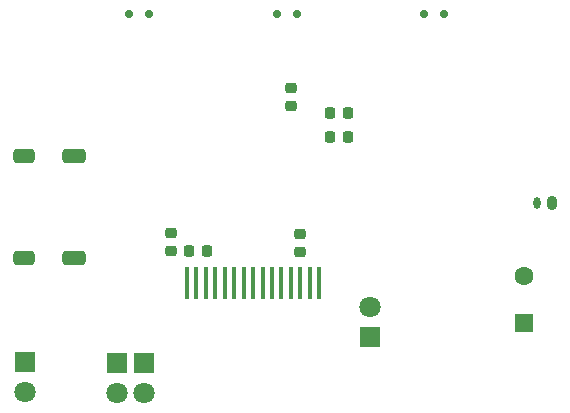
<source format=gbs>
G04 #@! TF.GenerationSoftware,KiCad,Pcbnew,8.0.2*
G04 #@! TF.CreationDate,2024-06-16T15:54:46+08:00*
G04 #@! TF.ProjectId,PerpetualClock,50657270-6574-4756-916c-436c6f636b2e,rev?*
G04 #@! TF.SameCoordinates,Original*
G04 #@! TF.FileFunction,Soldermask,Bot*
G04 #@! TF.FilePolarity,Negative*
%FSLAX46Y46*%
G04 Gerber Fmt 4.6, Leading zero omitted, Abs format (unit mm)*
G04 Created by KiCad (PCBNEW 8.0.2) date 2024-06-16 15:54:46*
%MOMM*%
%LPD*%
G01*
G04 APERTURE LIST*
G04 Aperture macros list*
%AMRoundRect*
0 Rectangle with rounded corners*
0 $1 Rounding radius*
0 $2 $3 $4 $5 $6 $7 $8 $9 X,Y pos of 4 corners*
0 Add a 4 corners polygon primitive as box body*
4,1,4,$2,$3,$4,$5,$6,$7,$8,$9,$2,$3,0*
0 Add four circle primitives for the rounded corners*
1,1,$1+$1,$2,$3*
1,1,$1+$1,$4,$5*
1,1,$1+$1,$6,$7*
1,1,$1+$1,$8,$9*
0 Add four rect primitives between the rounded corners*
20,1,$1+$1,$2,$3,$4,$5,0*
20,1,$1+$1,$4,$5,$6,$7,0*
20,1,$1+$1,$6,$7,$8,$9,0*
20,1,$1+$1,$8,$9,$2,$3,0*%
G04 Aperture macros list end*
%ADD10C,0.700000*%
%ADD11O,0.900000X1.200000*%
%ADD12O,0.600000X1.000000*%
%ADD13R,0.400000X2.800000*%
%ADD14R,1.800000X1.800000*%
%ADD15C,1.800000*%
%ADD16R,1.600000X1.600000*%
%ADD17C,1.600000*%
%ADD18RoundRect,0.300000X-0.600000X0.300000X-0.600000X-0.300000X0.600000X-0.300000X0.600000X0.300000X0*%
%ADD19RoundRect,0.300000X-0.700000X0.300000X-0.700000X-0.300000X0.700000X-0.300000X0.700000X0.300000X0*%
%ADD20RoundRect,0.225000X0.225000X0.250000X-0.225000X0.250000X-0.225000X-0.250000X0.225000X-0.250000X0*%
%ADD21RoundRect,0.225000X0.250000X-0.225000X0.250000X0.225000X-0.250000X0.225000X-0.250000X-0.225000X0*%
%ADD22RoundRect,0.225000X-0.250000X0.225000X-0.250000X-0.225000X0.250000X-0.225000X0.250000X0.225000X0*%
G04 APERTURE END LIST*
D10*
X162310000Y-34779000D03*
X164010000Y-34779000D03*
X149810000Y-34779000D03*
X151510000Y-34779000D03*
X137310000Y-34779000D03*
X139010000Y-34779000D03*
D11*
X173080000Y-50760000D03*
D12*
X171880000Y-50760000D03*
D13*
X153406500Y-57553500D03*
X152606500Y-57553500D03*
X151806500Y-57553500D03*
X151006500Y-57553500D03*
X150206500Y-57553500D03*
X149406500Y-57553500D03*
X148606500Y-57553500D03*
X147806500Y-57553500D03*
X147006500Y-57553500D03*
X146206500Y-57553500D03*
X145406500Y-57553500D03*
X144606500Y-57553500D03*
X143806500Y-57553500D03*
X143006500Y-57553500D03*
X142206500Y-57553500D03*
D14*
X138587000Y-64280000D03*
D15*
X138587000Y-66820000D03*
X128480000Y-66790000D03*
D14*
X128480000Y-64250000D03*
D16*
X170780000Y-60970000D03*
D17*
X170780000Y-56970000D03*
D14*
X136297000Y-64280000D03*
D15*
X136297000Y-66820000D03*
D18*
X128429530Y-55395960D03*
D19*
X132609520Y-55395960D03*
D18*
X128429530Y-46756000D03*
D19*
X132609520Y-46756000D03*
D14*
X157743000Y-62120000D03*
D15*
X157743000Y-59580000D03*
D20*
X155855000Y-45180000D03*
X154305000Y-45180000D03*
D21*
X151820000Y-54945000D03*
X151820000Y-53395000D03*
D22*
X151040000Y-40995000D03*
X151040000Y-42545000D03*
D20*
X143925000Y-54820000D03*
X142375000Y-54820000D03*
D21*
X140860000Y-54845000D03*
X140860000Y-53295000D03*
D20*
X155855000Y-43130000D03*
X154305000Y-43130000D03*
M02*

</source>
